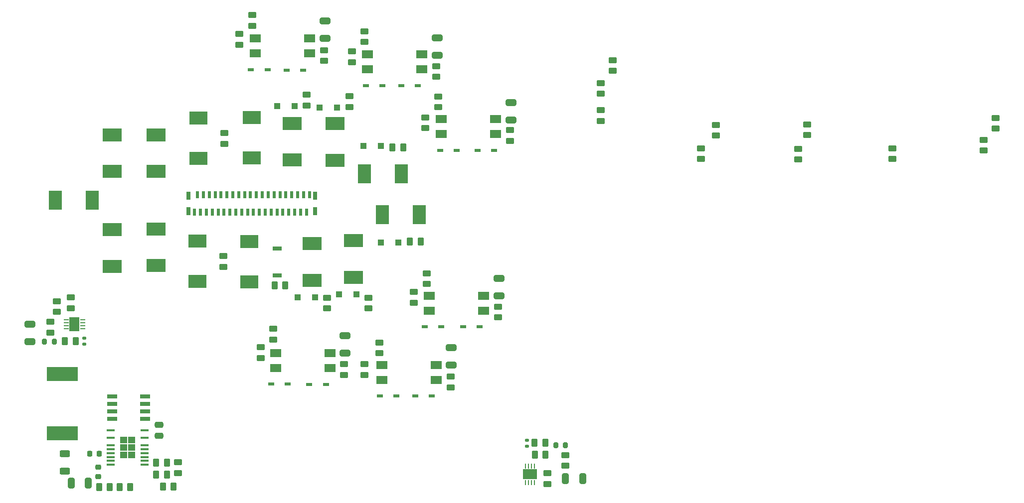
<source format=gtp>
%TF.GenerationSoftware,KiCad,Pcbnew,8.0.1*%
%TF.CreationDate,2024-04-16T18:19:40-05:00*%
%TF.ProjectId,Backplane,4261636b-706c-4616-9e65-2e6b69636164,rev?*%
%TF.SameCoordinates,Original*%
%TF.FileFunction,Paste,Top*%
%TF.FilePolarity,Positive*%
%FSLAX46Y46*%
G04 Gerber Fmt 4.6, Leading zero omitted, Abs format (unit mm)*
G04 Created by KiCad (PCBNEW 8.0.1) date 2024-04-16 18:19:40*
%MOMM*%
%LPD*%
G01*
G04 APERTURE LIST*
G04 Aperture macros list*
%AMRoundRect*
0 Rectangle with rounded corners*
0 $1 Rounding radius*
0 $2 $3 $4 $5 $6 $7 $8 $9 X,Y pos of 4 corners*
0 Add a 4 corners polygon primitive as box body*
4,1,4,$2,$3,$4,$5,$6,$7,$8,$9,$2,$3,0*
0 Add four circle primitives for the rounded corners*
1,1,$1+$1,$2,$3*
1,1,$1+$1,$4,$5*
1,1,$1+$1,$6,$7*
1,1,$1+$1,$8,$9*
0 Add four rect primitives between the rounded corners*
20,1,$1+$1,$2,$3,$4,$5,0*
20,1,$1+$1,$4,$5,$6,$7,0*
20,1,$1+$1,$6,$7,$8,$9,0*
20,1,$1+$1,$8,$9,$2,$3,0*%
G04 Aperture macros list end*
%ADD10C,0.000000*%
%ADD11RoundRect,0.250000X0.450000X-0.262500X0.450000X0.262500X-0.450000X0.262500X-0.450000X-0.262500X0*%
%ADD12R,1.955800X1.346200*%
%ADD13RoundRect,0.250000X0.650000X-0.325000X0.650000X0.325000X-0.650000X0.325000X-0.650000X-0.325000X0*%
%ADD14RoundRect,0.250000X0.625000X-0.312500X0.625000X0.312500X-0.625000X0.312500X-0.625000X-0.312500X0*%
%ADD15RoundRect,0.250000X-0.450000X0.262500X-0.450000X-0.262500X0.450000X-0.262500X0.450000X0.262500X0*%
%ADD16R,3.120000X2.290000*%
%ADD17R,1.050000X0.600000*%
%ADD18R,3.200400X2.184400*%
%ADD19RoundRect,0.250000X-0.262500X-0.450000X0.262500X-0.450000X0.262500X0.450000X-0.262500X0.450000X0*%
%ADD20RoundRect,0.250000X-0.475000X0.250000X-0.475000X-0.250000X0.475000X-0.250000X0.475000X0.250000X0*%
%ADD21RoundRect,0.250000X-0.325000X-0.650000X0.325000X-0.650000X0.325000X0.650000X-0.325000X0.650000X0*%
%ADD22R,2.184400X3.200400*%
%ADD23R,1.092200X0.990600*%
%ADD24RoundRect,0.225000X0.225000X0.250000X-0.225000X0.250000X-0.225000X-0.250000X0.225000X-0.250000X0*%
%ADD25R,1.498600X0.711200*%
%ADD26RoundRect,0.225000X-0.250000X0.225000X-0.250000X-0.225000X0.250000X-0.225000X0.250000X0.225000X0*%
%ADD27RoundRect,0.200000X0.200000X0.275000X-0.200000X0.275000X-0.200000X-0.275000X0.200000X-0.275000X0*%
%ADD28RoundRect,0.135000X0.185000X-0.135000X0.185000X0.135000X-0.185000X0.135000X-0.185000X-0.135000X0*%
%ADD29R,1.752600X0.660400*%
%ADD30R,0.600000X1.200000*%
%ADD31R,0.800000X1.400000*%
%ADD32RoundRect,0.250000X0.262500X0.450000X-0.262500X0.450000X-0.262500X-0.450000X0.262500X-0.450000X0*%
%ADD33R,1.358900X0.355600*%
%ADD34RoundRect,0.250000X0.325000X0.650000X-0.325000X0.650000X-0.325000X-0.650000X0.325000X-0.650000X0*%
%ADD35RoundRect,0.135000X-0.185000X0.135000X-0.185000X-0.135000X0.185000X-0.135000X0.185000X0.135000X0*%
%ADD36R,5.207000X2.413000*%
%ADD37R,0.254000X0.812800*%
%ADD38R,2.489200X1.752600*%
%ADD39R,0.812800X0.254000*%
%ADD40R,1.752600X2.489200*%
G04 APERTURE END LIST*
D10*
G36*
X171523450Y-126681532D02*
G01*
X170351850Y-126681532D01*
X170351850Y-125594598D01*
X171523450Y-125594598D01*
X171523450Y-126681532D01*
G37*
G36*
X171523450Y-127968465D02*
G01*
X170351850Y-127968465D01*
X170351850Y-126881531D01*
X171523450Y-126881531D01*
X171523450Y-127968465D01*
G37*
G36*
X171523450Y-129255398D02*
G01*
X170351850Y-129255398D01*
X170351850Y-128168464D01*
X171523450Y-128168464D01*
X171523450Y-129255398D01*
G37*
G36*
X172895050Y-126681532D02*
G01*
X171723450Y-126681532D01*
X171723450Y-125594598D01*
X172895050Y-125594598D01*
X172895050Y-126681532D01*
G37*
G36*
X172895050Y-127968465D02*
G01*
X171723450Y-127968465D01*
X171723450Y-126881531D01*
X172895050Y-126881531D01*
X172895050Y-127968465D01*
G37*
G36*
X172895050Y-129255398D02*
G01*
X171723450Y-129255398D01*
X171723450Y-128168464D01*
X172895050Y-128168464D01*
X172895050Y-129255398D01*
G37*
D11*
X202000001Y-69312499D03*
X202000001Y-67487499D03*
X209711335Y-61920829D03*
X209711335Y-60095829D03*
D12*
X212389901Y-60629999D03*
X212389901Y-63169999D03*
X221610101Y-63169999D03*
X221610101Y-60629999D03*
D13*
X226597292Y-113389347D03*
X226597292Y-110439347D03*
D14*
X161000000Y-131462500D03*
X161000000Y-128537500D03*
D15*
X317000000Y-75137500D03*
X317000000Y-76962500D03*
D16*
X183455001Y-99242499D03*
X183455001Y-92382499D03*
D11*
X205500001Y-103812499D03*
X205500001Y-101987499D03*
D13*
X208542967Y-111369992D03*
X208542967Y-108419992D03*
D12*
X214779801Y-113399999D03*
X214779801Y-115939999D03*
X224000001Y-115939999D03*
X224000001Y-113399999D03*
D17*
X220900001Y-65899999D03*
X218100001Y-65899999D03*
X214489901Y-118669999D03*
X217289901Y-118669999D03*
D18*
X176500001Y-90275799D03*
X176500001Y-96524199D03*
D15*
X287000000Y-72500000D03*
X287000000Y-74325000D03*
D16*
X192680001Y-71382499D03*
X192680001Y-78242499D03*
D11*
X211867313Y-58510463D03*
X211867313Y-56685463D03*
D19*
X196587501Y-99899999D03*
X198412501Y-99899999D03*
D11*
X208398193Y-115082499D03*
X208398193Y-113257499D03*
D20*
X177000000Y-123550000D03*
X177000000Y-125450000D03*
D17*
X224741189Y-76899999D03*
X227541189Y-76899999D03*
X223289901Y-118669999D03*
X220489901Y-118669999D03*
D11*
X158500000Y-107902500D03*
X158500000Y-106077500D03*
D12*
X222889901Y-101629999D03*
X222889901Y-104169999D03*
X232110101Y-104169999D03*
X232110101Y-101629999D03*
D11*
X220236831Y-102807889D03*
X220236831Y-100982889D03*
X236584515Y-75312499D03*
X236584515Y-73487499D03*
D21*
X162025000Y-133500000D03*
X164975000Y-133500000D03*
D22*
X211875801Y-80899999D03*
X218124201Y-80899999D03*
D15*
X246000000Y-128735614D03*
X246000000Y-130560614D03*
D11*
X212500001Y-103812499D03*
X212500001Y-101987499D03*
X222457986Y-99651511D03*
X222457986Y-97826511D03*
D15*
X319047203Y-71405605D03*
X319047203Y-73230605D03*
D17*
X233900001Y-76899999D03*
X231100001Y-76899999D03*
D23*
X210473201Y-101399999D03*
X207526801Y-101399999D03*
D13*
X224215188Y-60769455D03*
X224215188Y-57819455D03*
D24*
X166775000Y-128500000D03*
X165225000Y-128500000D03*
D15*
X254000000Y-61587500D03*
X254000000Y-63412500D03*
D18*
X203000001Y-92775799D03*
X203000001Y-99024199D03*
D16*
X192275001Y-99329999D03*
X192275001Y-92469999D03*
D25*
X197000001Y-93626699D03*
X197000001Y-98173299D03*
D11*
X226490068Y-117218607D03*
X226490068Y-115393607D03*
X187860404Y-96726897D03*
X187860404Y-94901897D03*
D22*
X165624201Y-85399999D03*
X159375801Y-85399999D03*
D19*
X176475233Y-130034219D03*
X178300233Y-130034219D03*
X219587501Y-92399999D03*
X221412501Y-92399999D03*
D26*
X166679446Y-130805561D03*
X166679446Y-132355561D03*
D12*
X196779801Y-111399999D03*
X196779801Y-113939999D03*
X206000001Y-113939999D03*
X206000001Y-111399999D03*
D13*
X205133387Y-57895899D03*
X205133387Y-54945899D03*
D15*
X252000000Y-70087500D03*
X252000000Y-71912500D03*
X252000000Y-65500000D03*
X252000000Y-67325000D03*
D27*
X159150000Y-109490000D03*
X157500000Y-109490000D03*
D11*
X161969597Y-103756145D03*
X161969597Y-101931145D03*
D28*
X239420009Y-127219212D03*
X239420009Y-126199212D03*
D23*
X211684504Y-76168159D03*
X214630904Y-76168159D03*
D11*
X234498985Y-105312499D03*
X234498985Y-103487499D03*
X224348678Y-69595344D03*
X224348678Y-67770344D03*
D29*
X168984158Y-118798145D03*
X168984158Y-120068145D03*
X168984158Y-121338145D03*
X168984158Y-122608145D03*
X174584156Y-122608145D03*
X174584156Y-121338145D03*
X174584156Y-120068145D03*
X174584156Y-118798145D03*
D30*
X183000000Y-87399999D03*
X183500000Y-84500000D03*
X183999999Y-87399999D03*
X184500000Y-84500000D03*
X185000000Y-87399999D03*
X185500000Y-84500000D03*
X186000000Y-87399999D03*
X186500000Y-84500000D03*
X187000000Y-87399999D03*
X187500000Y-84500000D03*
X188000000Y-87399999D03*
X188500000Y-84500000D03*
X189000000Y-87399999D03*
X189500000Y-84500000D03*
X190000000Y-87399999D03*
X190500000Y-84500000D03*
X191000000Y-87399999D03*
X191500000Y-84500000D03*
X192000000Y-87399999D03*
X192500000Y-84500000D03*
X193000000Y-87399999D03*
X193500000Y-84500000D03*
X194000000Y-87399999D03*
X194500000Y-84500000D03*
X195000000Y-87399999D03*
X195500000Y-84500000D03*
X196000000Y-87399999D03*
X196500000Y-84500000D03*
X197000000Y-87399999D03*
X197500000Y-84500000D03*
X198000000Y-87399999D03*
X198500000Y-84500000D03*
X199000000Y-87399999D03*
X199500001Y-84500000D03*
X200000000Y-87399999D03*
X200500000Y-84500000D03*
X201000001Y-87399999D03*
X201500000Y-84500000D03*
X202000001Y-87399999D03*
X202500000Y-84500000D03*
D31*
X181999997Y-87300000D03*
X203499957Y-87300000D03*
X181999997Y-84600000D03*
X203499957Y-84600000D03*
D11*
X211889901Y-115082499D03*
X211889901Y-113257499D03*
D17*
X205289901Y-116687898D03*
X202489901Y-116687898D03*
D19*
X240747978Y-126637384D03*
X242572978Y-126637384D03*
D17*
X212100001Y-65899999D03*
X214900001Y-65899999D03*
X224900001Y-106899999D03*
X222100001Y-106899999D03*
D11*
X224064449Y-64441523D03*
X224064449Y-62616523D03*
D32*
X162823134Y-109402520D03*
X160998134Y-109402520D03*
D15*
X269000000Y-76587500D03*
X269000000Y-78412500D03*
D12*
X193279801Y-57899999D03*
X193279801Y-60439999D03*
X202500001Y-60439999D03*
X202500001Y-57899999D03*
D27*
X245994833Y-127038860D03*
X244344833Y-127038860D03*
D11*
X209273998Y-69556362D03*
X209273998Y-67731362D03*
D32*
X172072124Y-134143895D03*
X170247124Y-134143895D03*
D23*
X207212042Y-69679018D03*
X204265642Y-69679018D03*
D13*
X236740386Y-71771762D03*
X236740386Y-68821762D03*
X155000000Y-109465000D03*
X155000000Y-106515000D03*
D33*
X168746900Y-124499998D03*
X168746900Y-125799997D03*
X168746900Y-127099997D03*
X168746900Y-127749996D03*
X168746900Y-128399997D03*
X168746900Y-129049996D03*
X168746900Y-129699997D03*
X168746900Y-130349996D03*
X174500000Y-130349998D03*
X174500000Y-129700000D03*
X174500000Y-129049999D03*
X174500000Y-128400000D03*
X174500000Y-127749999D03*
X174500000Y-127100000D03*
X174500000Y-125800000D03*
X174500000Y-124500000D03*
D13*
X234732791Y-101672058D03*
X234732791Y-98722058D03*
D18*
X206867193Y-78617394D03*
X206867193Y-72368994D03*
X199550415Y-78574738D03*
X199550415Y-72326338D03*
D34*
X248948932Y-132745486D03*
X245998932Y-132745486D03*
D32*
X178294661Y-132095083D03*
X176469661Y-132095083D03*
D23*
X214635371Y-92580801D03*
X217581771Y-92580801D03*
D15*
X159610467Y-102581360D03*
X159610467Y-104406360D03*
D17*
X192584042Y-63241426D03*
X195384042Y-63241426D03*
D11*
X190611385Y-58968466D03*
X190611385Y-57143466D03*
D35*
X164298543Y-108848213D03*
X164298543Y-109868213D03*
D11*
X194231306Y-112225059D03*
X194231306Y-110400059D03*
D17*
X201400001Y-63283584D03*
X198600001Y-63283584D03*
D23*
X203473201Y-101899999D03*
X200526801Y-101899999D03*
D32*
X242593029Y-128679815D03*
X240768029Y-128679815D03*
D11*
X214353234Y-111411683D03*
X214353234Y-109586683D03*
D15*
X188099616Y-73982122D03*
X188099616Y-75807122D03*
D36*
X160500000Y-125041900D03*
X160500000Y-114958100D03*
D19*
X216587501Y-76399999D03*
X218412501Y-76399999D03*
D12*
X224889901Y-71629999D03*
X224889901Y-74169999D03*
X234110101Y-74169999D03*
X234110101Y-71629999D03*
D15*
X301500000Y-76587500D03*
X301500000Y-78412500D03*
D18*
X210000001Y-92275799D03*
X210000001Y-98524199D03*
X176500001Y-80524199D03*
X176500001Y-74275799D03*
D15*
X271500000Y-72587500D03*
X271500000Y-74412500D03*
D11*
X205000001Y-61724999D03*
X205000001Y-59899999D03*
D17*
X231400001Y-106899999D03*
X228600001Y-106899999D03*
D19*
X177627466Y-134112178D03*
X179452466Y-134112178D03*
D16*
X183680001Y-71452499D03*
X183680001Y-78312499D03*
D37*
X240734260Y-130608362D03*
X240234259Y-130608362D03*
X239734259Y-130608362D03*
X239234258Y-130608362D03*
X239234258Y-133402362D03*
X239734259Y-133402362D03*
X240234259Y-133402362D03*
X240734260Y-133402362D03*
D38*
X239984259Y-132005362D03*
D18*
X169000000Y-80524199D03*
X169000000Y-74275799D03*
D11*
X196389901Y-109082499D03*
X196389901Y-107257499D03*
X222205458Y-73157644D03*
X222205458Y-71332644D03*
D15*
X180146398Y-129948735D03*
X180146398Y-131773735D03*
D17*
X195989901Y-116669999D03*
X198789901Y-116669999D03*
D18*
X169000001Y-90399999D03*
X169000001Y-96648399D03*
D32*
X168612753Y-134143118D03*
X166787753Y-134143118D03*
D11*
X242905960Y-133650421D03*
X242905960Y-131825421D03*
D23*
X199973201Y-69399999D03*
X197026801Y-69399999D03*
D22*
X214875801Y-87899999D03*
X221124201Y-87899999D03*
D39*
X161211857Y-105727512D03*
X161211857Y-106227513D03*
X161211857Y-106727513D03*
X161211857Y-107227514D03*
X164005857Y-107227514D03*
X164005857Y-106727513D03*
X164005857Y-106227513D03*
X164005857Y-105727512D03*
D40*
X162608857Y-106477513D03*
D11*
X192761454Y-55764442D03*
X192761454Y-53939442D03*
D15*
X285500000Y-76675000D03*
X285500000Y-78500000D03*
M02*

</source>
